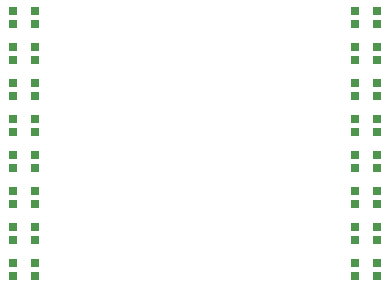
<source format=gbr>
%TF.GenerationSoftware,KiCad,Pcbnew,8.0.6*%
%TF.CreationDate,2025-01-18T09:09:30-05:00*%
%TF.ProjectId,mainboard,6d61696e-626f-4617-9264-2e6b69636164,rev?*%
%TF.SameCoordinates,Original*%
%TF.FileFunction,Paste,Bot*%
%TF.FilePolarity,Positive*%
%FSLAX46Y46*%
G04 Gerber Fmt 4.6, Leading zero omitted, Abs format (unit mm)*
G04 Created by KiCad (PCBNEW 8.0.6) date 2025-01-18 09:09:30*
%MOMM*%
%LPD*%
G01*
G04 APERTURE LIST*
%ADD10R,0.700000X0.700000*%
G04 APERTURE END LIST*
D10*
%TO.C,D32*%
X172111000Y-79968000D03*
X172111000Y-81068000D03*
X170281000Y-81068000D03*
X170281000Y-79968000D03*
%TD*%
%TO.C,D21*%
X199237000Y-93260000D03*
X199237000Y-92160000D03*
X201067000Y-92160000D03*
X201067000Y-93260000D03*
%TD*%
%TO.C,D27*%
X172111000Y-95208000D03*
X172111000Y-96308000D03*
X170281000Y-96308000D03*
X170281000Y-95208000D03*
%TD*%
%TO.C,D19*%
X199237000Y-87164000D03*
X199237000Y-86064000D03*
X201067000Y-86064000D03*
X201067000Y-87164000D03*
%TD*%
%TO.C,D18*%
X199237000Y-84116000D03*
X199237000Y-83016000D03*
X201067000Y-83016000D03*
X201067000Y-84116000D03*
%TD*%
%TO.C,D17*%
X199237000Y-81068000D03*
X199237000Y-79968000D03*
X201067000Y-79968000D03*
X201067000Y-81068000D03*
%TD*%
%TO.C,D30*%
X172111000Y-86064000D03*
X172111000Y-87164000D03*
X170281000Y-87164000D03*
X170281000Y-86064000D03*
%TD*%
%TO.C,D23*%
X199237000Y-99356000D03*
X199237000Y-98256000D03*
X201067000Y-98256000D03*
X201067000Y-99356000D03*
%TD*%
%TO.C,D24*%
X199237000Y-102404000D03*
X199237000Y-101304000D03*
X201067000Y-101304000D03*
X201067000Y-102404000D03*
%TD*%
%TO.C,D31*%
X172111000Y-83016000D03*
X172111000Y-84116000D03*
X170281000Y-84116000D03*
X170281000Y-83016000D03*
%TD*%
%TO.C,D29*%
X172111000Y-89112000D03*
X172111000Y-90212000D03*
X170281000Y-90212000D03*
X170281000Y-89112000D03*
%TD*%
%TO.C,D25*%
X172111000Y-101304000D03*
X172111000Y-102404000D03*
X170281000Y-102404000D03*
X170281000Y-101304000D03*
%TD*%
%TO.C,D28*%
X172111000Y-92160000D03*
X172111000Y-93260000D03*
X170281000Y-93260000D03*
X170281000Y-92160000D03*
%TD*%
%TO.C,D26*%
X172111000Y-98256000D03*
X172111000Y-99356000D03*
X170281000Y-99356000D03*
X170281000Y-98256000D03*
%TD*%
%TO.C,D20*%
X199237000Y-90212000D03*
X199237000Y-89112000D03*
X201067000Y-89112000D03*
X201067000Y-90212000D03*
%TD*%
%TO.C,D22*%
X199237000Y-96308000D03*
X199237000Y-95208000D03*
X201067000Y-95208000D03*
X201067000Y-96308000D03*
%TD*%
M02*

</source>
